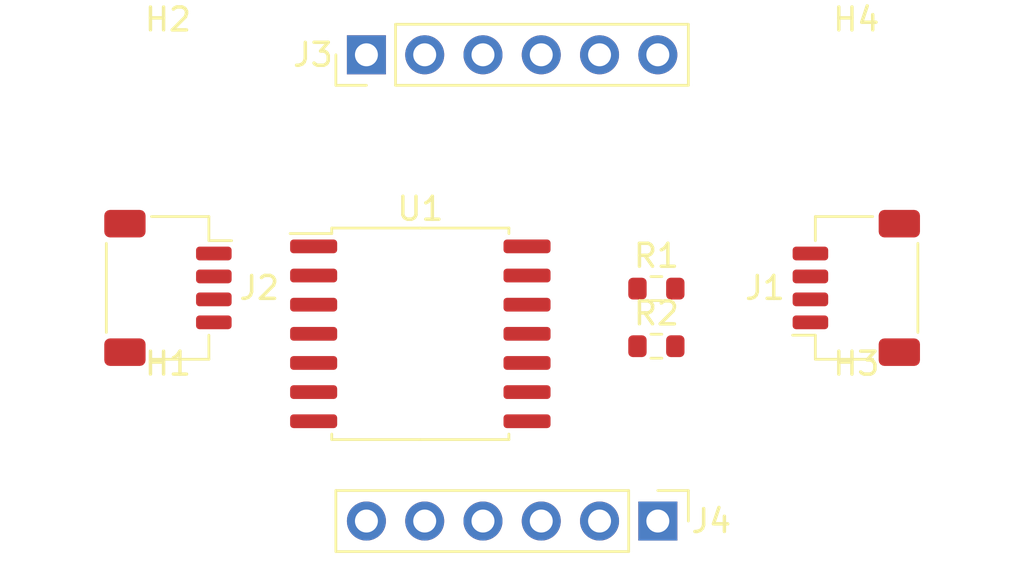
<source format=kicad_pcb>
(kicad_pcb (version 20221018) (generator pcbnew)
  (layers (0 "F.Cu" signal) (31 "B.Cu" signal) (34 "B.Paste" user) (35 "F.Paste" user) (36 "B.SilkS" user "B.Silkscreen") (37 "F.SilkS" user "F.Silkscreen") (38 "B.Mask" user) (39 "F.Mask" user) (44 "Edge.Cuts" user))
  (net 0 "")
  (net 1 "GND")
  (net 2 "+3V3")
  (net 3 "/sda_3v3")
  (net 4 "/scl_3v3")
  (net 5 "/cs")
  (net 6 "/address")
  (footprint "oomlout_oomp_part_footprints:mhm3_electronic_mounting_hole_m3" (layer "F.Cu") (at -15 -7.5)
    (fp_text reference "H2" (at 0 -4.2) (layer "F.SilkS"))
    (fp_text value "mhm3")
    (pad "" np_thru_hole circle (at 0 0) (size 3.2 3.2) (drill 3.2) (layers "*.Cu" "*.Mask"))
  )
  (footprint "oomlout_oomp_part_footprints:r6o472_electronic_resistor_0603_4700_ohm" (layer "F.Cu") (at 6.287 0.03)
    (fp_text reference "R1" (at 0 -1.43) (layer "F.SilkS"))
    (fp_text value "r6o472")
    (fp_line (start -0.237258 -0.5225) (end 0.237258 -0.5225) (stroke (width 0.12)) (layer "F.SilkS"))
    (fp_line (start -0.237258 0.5225) (end 0.237258 0.5225) (stroke (width 0.12)) (layer "F.SilkS"))
    (pad "1" smd roundrect (at -0.825 0) (size 0.8 0.95) (layers "F.Cu" "F.Paste" "F.Mask") (net 2 "+3V3"))
    (pad "2" smd roundrect (at 0.825 0) (size 0.8 0.95) (layers "F.Cu" "F.Paste" "F.Mask") (net 3 "/sda_3v3"))
  )
  (footprint "oomlout_oomp_part_footprints:r6o472_electronic_resistor_0603_4700_ohm" (layer "F.Cu") (at 6.287 2.54)
    (fp_text reference "R2" (at 0 -1.43) (layer "F.SilkS"))
    (fp_text value "r6o472")
    (fp_line (start -0.237258 -0.5225) (end 0.237258 -0.5225) (stroke (width 0.12)) (layer "F.SilkS"))
    (fp_line (start -0.237258 0.5225) (end 0.237258 0.5225) (stroke (width 0.12)) (layer "F.SilkS"))
    (pad "1" smd roundrect (at -0.825 0) (size 0.8 0.95) (layers "F.Cu" "F.Paste" "F.Mask") (net 2 "+3V3"))
    (pad "2" smd roundrect (at 0.825 0) (size 0.8 0.95) (layers "F.Cu" "F.Paste" "F.Mask") (net 4 "/scl_3v3"))
  )
  (footprint "oomlout_oomp_part_footprints:mhm3_electronic_mounting_hole_m3" (layer "F.Cu") (at 15 -7.5)
    (fp_text reference "H4" (at 0 -4.2) (layer "F.SilkS"))
    (fp_text value "mhm3")
    (pad "" np_thru_hole circle (at 0 0) (size 3.2 3.2) (drill 3.2) (layers "*.Cu" "*.Mask"))
  )
  (footprint "oomlout_oomp_part_footprints:hi16p_electronic_header_2d54_mm_6_pin" (layer "F.Cu") (at -6.35 -10.16 90)
    (fp_text reference "J3" (at 0 -2.33) (layer "F.SilkS"))
    (fp_text value "hi16p")
    (fp_line (start -1.33 -1.33) (end 0 -1.33) (stroke (width 0.12)) (layer "F.SilkS"))
    (fp_line (start -1.33 0) (end -1.33 -1.33) (stroke (width 0.12)) (layer "F.SilkS"))
    (fp_line (start -1.33 1.27) (end -1.33 14.03) (stroke (width 0.12)) (layer "F.SilkS"))
    (fp_line (start -1.33 1.27) (end 1.33 1.27) (stroke (width 0.12)) (layer "F.SilkS"))
    (fp_line (start -1.33 14.03) (end 1.33 14.03) (stroke (width 0.12)) (layer "F.SilkS"))
    (fp_line (start 1.33 1.27) (end 1.33 14.03) (stroke (width 0.12)) (layer "F.SilkS"))
    (pad "1" thru_hole rect (at 0 0 90) (size 1.7 1.7) (drill 1) (layers "*.Cu" "*.Mask") (net 1 "GND"))
    (pad "2" thru_hole oval (at 0 2.54 90) (size 1.7 1.7) (drill 1) (layers "*.Cu" "*.Mask") (net 2 "+3V3"))
    (pad "3" thru_hole oval (at 0 5.08 90) (size 1.7 1.7) (drill 1) (layers "*.Cu" "*.Mask") (net 3 "/sda_3v3"))
    (pad "4" thru_hole oval (at 0 7.62 90) (size 1.7 1.7) (drill 1) (layers "*.Cu" "*.Mask") (net 4 "/scl_3v3"))
    (pad "5" thru_hole oval (at 0 10.16 90) (size 1.7 1.7) (drill 1) (layers "*.Cu" "*.Mask") (net 5 "/cs"))
    (pad "6" thru_hole oval (at 0 12.7 90) (size 1.7 1.7) (drill 1) (layers "*.Cu" "*.Mask") (net 6 "/address"))
  )
  (footprint "oomlout_oomp_part_footprints:h4psmra_electronic_header_1_mm_jst_sh_4_pin_surface_mount_right_angle" (layer "F.Cu") (at -15 0 -90)
    (fp_text reference "J2" (at 0 -3.98) (layer "F.SilkS"))
    (fp_text value "h4psmra")
    (fp_line (start -3.11 -1.785) (end -2.06 -1.785) (stroke (width 0.12)) (layer "F.SilkS"))
    (fp_line (start -3.11 0.715) (end -3.11 -1.785) (stroke (width 0.12)) (layer "F.SilkS"))
    (fp_line (start -2.06 -1.785) (end -2.06 -2.775) (stroke (width 0.12)) (layer "F.SilkS"))
    (fp_line (start -1.94 2.685) (end 1.94 2.685) (stroke (width 0.12)) (layer "F.SilkS"))
    (fp_line (start 3.11 -1.785) (end 2.06 -1.785) (stroke (width 0.12)) (layer "F.SilkS"))
    (fp_line (start 3.11 0.715) (end 3.11 -1.785) (stroke (width 0.12)) (layer "F.SilkS"))
    (pad "1" smd roundrect (at -1.5 -2 270) (size 0.6 1.55) (layers "F.Cu" "F.Paste" "F.Mask") (net 1 "GND"))
    (pad "2" smd roundrect (at -0.5 -2 270) (size 0.6 1.55) (layers "F.Cu" "F.Paste" "F.Mask") (net 2 "+3V3"))
    (pad "3" smd roundrect (at 0.5 -2 270) (size 0.6 1.55) (layers "F.Cu" "F.Paste" "F.Mask") (net 3 "/sda_3v3"))
    (pad "4" smd roundrect (at 1.5 -2 270) (size 0.6 1.55) (layers "F.Cu" "F.Paste" "F.Mask") (net 4 "/scl_3v3"))
    (pad "MP" smd roundrect (at -2.8 1.875 270) (size 1.2 1.8) (layers "F.Cu" "F.Paste" "F.Mask") (roundrect_rratio 0.208333))
    (pad "MP" smd roundrect (at 2.8 1.875 270) (size 1.2 1.8) (layers "F.Cu" "F.Paste" "F.Mask") (roundrect_rratio 0.208333))
  )
  (footprint "oomlout_oomp_part_footprints:hi16p_electronic_header_2d54_mm_6_pin" (layer "F.Cu") (at 6.35 10.16 -90)
    (fp_text reference "J4" (at 0 -2.33) (layer "F.SilkS"))
    (fp_text value "hi16p")
    (fp_line (start -1.33 -1.33) (end 0 -1.33) (stroke (width 0.12)) (layer "F.SilkS"))
    (fp_line (start -1.33 0) (end -1.33 -1.33) (stroke (width 0.12)) (layer "F.SilkS"))
    (fp_line (start -1.33 1.27) (end -1.33 14.03) (stroke (width 0.12)) (layer "F.SilkS"))
    (fp_line (start -1.33 1.27) (end 1.33 1.27) (stroke (width 0.12)) (layer "F.SilkS"))
    (fp_line (start -1.33 14.03) (end 1.33 14.03) (stroke (width 0.12)) (layer "F.SilkS"))
    (fp_line (start 1.33 1.27) (end 1.33 14.03) (stroke (width 0.12)) (layer "F.SilkS"))
    (pad "1" thru_hole rect (at 0 0 270) (size 1.7 1.7) (drill 1) (layers "*.Cu" "*.Mask"))
    (pad "2" thru_hole oval (at 0 2.54 270) (size 1.7 1.7) (drill 1) (layers "*.Cu" "*.Mask"))
    (pad "3" thru_hole oval (at 0 5.08 270) (size 1.7 1.7) (drill 1) (layers "*.Cu" "*.Mask"))
    (pad "4" thru_hole oval (at 0 7.62 270) (size 1.7 1.7) (drill 1) (layers "*.Cu" "*.Mask"))
    (pad "5" thru_hole oval (at 0 10.16 270) (size 1.7 1.7) (drill 1) (layers "*.Cu" "*.Mask"))
    (pad "6" thru_hole oval (at 0 12.7 270) (size 1.7 1.7) (drill 1) (layers "*.Cu" "*.Mask"))
  )
  (footprint "oomlout_oomp_part_footprints:h4psmra_electronic_header_1_mm_jst_sh_4_pin_surface_mount_right_angle" (layer "F.Cu") (at 15 0 90)
    (fp_text reference "J1" (at 0 -3.98) (layer "F.SilkS"))
    (fp_text value "h4psmra")
    (fp_line (start -3.11 -1.785) (end -2.06 -1.785) (stroke (width 0.12)) (layer "F.SilkS"))
    (fp_line (start -3.11 0.715) (end -3.11 -1.785) (stroke (width 0.12)) (layer "F.SilkS"))
    (fp_line (start -2.06 -1.785) (end -2.06 -2.775) (stroke (width 0.12)) (layer "F.SilkS"))
    (fp_line (start -1.94 2.685) (end 1.94 2.685) (stroke (width 0.12)) (layer "F.SilkS"))
    (fp_line (start 3.11 -1.785) (end 2.06 -1.785) (stroke (width 0.12)) (layer "F.SilkS"))
    (fp_line (start 3.11 0.715) (end 3.11 -1.785) (stroke (width 0.12)) (layer "F.SilkS"))
    (pad "1" smd roundrect (at -1.5 -2 90) (size 0.6 1.55) (layers "F.Cu" "F.Paste" "F.Mask") (net 1 "GND"))
    (pad "2" smd roundrect (at -0.5 -2 90) (size 0.6 1.55) (layers "F.Cu" "F.Paste" "F.Mask") (net 2 "+3V3"))
    (pad "3" smd roundrect (at 0.5 -2 90) (size 0.6 1.55) (layers "F.Cu" "F.Paste" "F.Mask") (net 3 "/sda_3v3"))
    (pad "4" smd roundrect (at 1.5 -2 90) (size 0.6 1.55) (layers "F.Cu" "F.Paste" "F.Mask") (net 4 "/scl_3v3"))
    (pad "MP" smd roundrect (at -2.8 1.875 90) (size 1.2 1.8) (layers "F.Cu" "F.Paste" "F.Mask") (roundrect_rratio 0.208333))
    (pad "MP" smd roundrect (at 2.8 1.875 90) (size 1.2 1.8) (layers "F.Cu" "F.Paste" "F.Mask") (roundrect_rratio 0.208333))
  )
  (footprint "oomlout_oomp_part_footprints:mhm3_electronic_mounting_hole_m3" (layer "F.Cu") (at 15 7.5)
    (fp_text reference "H3" (at 0 -4.2) (layer "F.SilkS"))
    (fp_text value "mhm3")
    (pad "" np_thru_hole circle (at 0 0) (size 3.2 3.2) (drill 3.2) (layers "*.Cu" "*.Mask"))
  )
  (footprint "oomlout_oomp_part_footprints:mhm3_electronic_mounting_hole_m3" (layer "F.Cu") (at -15 7.5)
    (fp_text reference "H1" (at 0 -4.2) (layer "F.SilkS"))
    (fp_text value "mhm3")
    (pad "" np_thru_hole circle (at 0 0) (size 3.2 3.2) (drill 3.2) (layers "*.Cu" "*.Mask"))
  )
  (footprint "oomlout_oomp_part_footprints:insoic14wi2cland_electronic_interposer_soic_14_wide_i2c_landing" (layer "F.Cu") (at -4 2)
    (fp_text reference "U1" (at 0 -5.45) (layer "F.SilkS"))
    (fp_text value "insoic14wi2cland")
    (fp_line (start -3.86 -4.61) (end -3.86 -4.37) (stroke (width 0.12)) (layer "F.SilkS"))
    (fp_line (start -3.86 -4.37) (end -5.675 -4.37) (stroke (width 0.12)) (layer "F.SilkS"))
    (fp_line (start -3.86 4.61) (end -3.86 4.37) (stroke (width 0.12)) (layer "F.SilkS"))
    (fp_line (start 0 -4.61) (end -3.86 -4.61) (stroke (width 0.12)) (layer "F.SilkS"))
    (fp_line (start 0 -4.61) (end 3.86 -4.61) (stroke (width 0.12)) (layer "F.SilkS"))
    (fp_line (start 0 4.61) (end -3.86 4.61) (stroke (width 0.12)) (layer "F.SilkS"))
    (fp_line (start 0 4.61) (end 3.86 4.61) (stroke (width 0.12)) (layer "F.SilkS"))
    (fp_line (start 3.86 -4.61) (end 3.86 -4.37) (stroke (width 0.12)) (layer "F.SilkS"))
    (fp_line (start 3.86 4.61) (end 3.86 4.37) (stroke (width 0.12)) (layer "F.SilkS"))
    (pad "1" smd roundrect (at -4.65 -3.81) (size 2.05 0.6) (layers "F.Cu" "F.Paste" "F.Mask") (net 1 "GND"))
    (pad "2" smd roundrect (at -4.65 -2.54) (size 2.05 0.6) (layers "F.Cu" "F.Paste" "F.Mask") (net 2 "+3V3"))
    (pad "3" smd roundrect (at -4.65 -1.27) (size 2.05 0.6) (layers "F.Cu" "F.Paste" "F.Mask") (net 3 "/sda_3v3"))
    (pad "4" smd roundrect (at -4.65 0) (size 2.05 0.6) (layers "F.Cu" "F.Paste" "F.Mask") (net 4 "/scl_3v3"))
    (pad "5" smd roundrect (at -4.65 1.27) (size 2.05 0.6) (layers "F.Cu" "F.Paste" "F.Mask") (net 5 "/cs"))
    (pad "6" smd roundrect (at -4.65 2.54) (size 2.05 0.6) (layers "F.Cu" "F.Paste" "F.Mask") (net 6 "/address"))
    (pad "7" smd roundrect (at -4.65 3.81) (size 2.05 0.6) (layers "F.Cu" "F.Paste" "F.Mask"))
    (pad "8" smd roundrect (at 4.65 3.81) (size 2.05 0.6) (layers "F.Cu" "F.Paste" "F.Mask"))
    (pad "9" smd roundrect (at 4.65 2.54) (size 2.05 0.6) (layers "F.Cu" "F.Paste" "F.Mask"))
    (pad "10" smd roundrect (at 4.65 1.27) (size 2.05 0.6) (layers "F.Cu" "F.Paste" "F.Mask"))
    (pad "11" smd roundrect (at 4.65 0) (size 2.05 0.6) (layers "F.Cu" "F.Paste" "F.Mask"))
    (pad "12" smd roundrect (at 4.65 -1.27) (size 2.05 0.6) (layers "F.Cu" "F.Paste" "F.Mask"))
    (pad "13" smd roundrect (at 4.65 -2.54) (size 2.05 0.6) (layers "F.Cu" "F.Paste" "F.Mask"))
    (pad "14" smd roundrect (at 4.65 -3.81) (size 2.05 0.6) (layers "F.Cu" "F.Paste" "F.Mask"))
  )
)
</source>
